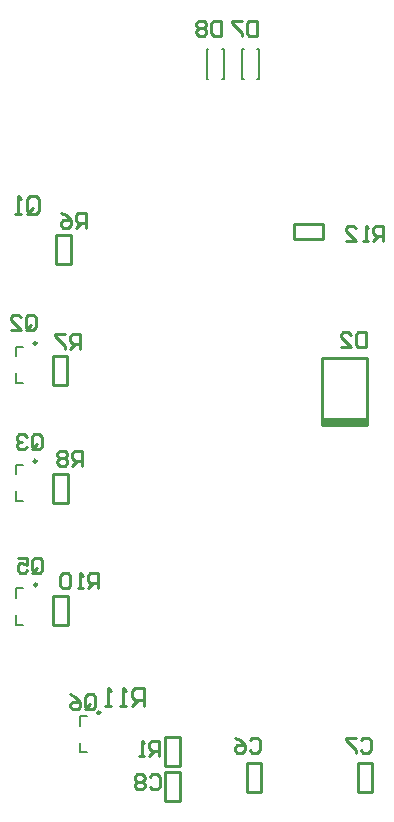
<source format=gbo>
G04*
G04 #@! TF.GenerationSoftware,Altium Limited,Altium Designer,18.1.6 (161)*
G04*
G04 Layer_Color=32896*
%FSLAX44Y44*%
%MOMM*%
G71*
G01*
G75*
%ADD10C,0.2500*%
%ADD12C,0.2540*%
%ADD13C,0.2000*%
%ADD15C,0.1270*%
%ADD16R,3.6830X0.5080*%
D10*
X680840Y208396D02*
G03*
X680840Y208396I-1250J0D01*
G01*
X626983Y521054D02*
G03*
X626983Y521054I-1250J0D01*
G01*
X627413Y316696D02*
G03*
X627413Y316696I-1250J0D01*
G01*
X626935Y421185D02*
G03*
X626935Y421185I-1250J0D01*
G01*
D12*
X643255Y588250D02*
Y612749D01*
Y588250D02*
X655755D01*
Y612749D01*
X643255D02*
X655755D01*
X640663Y485779D02*
Y510279D01*
Y485779D02*
X653163D01*
Y510279D01*
X640663D02*
X653163D01*
X641023Y386002D02*
Y410502D01*
Y386002D02*
X653523D01*
Y410502D01*
X641023D02*
X653523D01*
X641113Y282453D02*
Y306954D01*
Y282453D02*
X653613D01*
Y306954D01*
X641113D02*
X653613D01*
X804863Y140946D02*
X817363D01*
X804863D02*
Y165446D01*
X817363D01*
Y140946D02*
Y165446D01*
X898899Y140946D02*
X911399D01*
X898899D02*
Y165446D01*
X911399D01*
Y140946D02*
Y165446D01*
X736042Y133624D02*
X748542D01*
X736042D02*
Y158124D01*
X748542D01*
Y133624D02*
Y158124D01*
X736042Y163178D02*
X748542D01*
X736042D02*
Y187678D01*
X748542D01*
Y163178D02*
Y187678D01*
X844625Y609205D02*
X869126D01*
X844625D02*
Y621705D01*
X869126D01*
Y609205D02*
Y621705D01*
X869040Y451715D02*
X907140D01*
X869040D02*
Y508865D01*
X907140D01*
Y451715D02*
Y508865D01*
X717716Y213660D02*
Y228895D01*
X710099D01*
X707559Y226356D01*
Y221278D01*
X710099Y218738D01*
X717716D01*
X712638D02*
X707559Y213660D01*
X702481D02*
X697403D01*
X699942D01*
Y228895D01*
X702481Y226356D01*
X689785Y213660D02*
X684707D01*
X687246D01*
Y228895D01*
X689785Y226356D01*
X618680Y632771D02*
Y642928D01*
X621219Y645467D01*
X626298D01*
X628837Y642928D01*
Y632771D01*
X626298Y630232D01*
X621219D01*
X623759Y635311D02*
X618680Y630232D01*
X621219D02*
X618680Y632771D01*
X613602Y630232D02*
X608523D01*
X611063D01*
Y645467D01*
X613602Y642928D01*
X623535Y328879D02*
Y337343D01*
X625651Y339459D01*
X629883D01*
X631999Y337343D01*
Y328879D01*
X629883Y326763D01*
X625651D01*
X627767Y330995D02*
X623535Y326763D01*
X625651D02*
X623535Y328879D01*
X610839Y339459D02*
X619303D01*
Y333111D01*
X615071Y335227D01*
X612955D01*
X610839Y333111D01*
Y328879D01*
X612955Y326763D01*
X617187D01*
X619303Y328879D01*
X730872Y172071D02*
Y184767D01*
X724524D01*
X722408Y182651D01*
Y178419D01*
X724524Y176303D01*
X730872D01*
X726640D02*
X722408Y172071D01*
X718176D02*
X713944D01*
X716060D01*
Y184767D01*
X718176Y182651D01*
X722848Y153912D02*
X724964Y156028D01*
X729196D01*
X731312Y153912D01*
Y145448D01*
X729196Y143332D01*
X724964D01*
X722848Y145448D01*
X718616Y153912D02*
X716500Y156028D01*
X712268D01*
X710152Y153912D01*
Y151796D01*
X712268Y149680D01*
X710152Y147564D01*
Y145448D01*
X712268Y143332D01*
X716500D01*
X718616Y145448D01*
Y147564D01*
X716500Y149680D01*
X718616Y151796D01*
Y153912D01*
X716500Y149680D02*
X712268D01*
X901609Y185011D02*
X903725Y187127D01*
X907957D01*
X910073Y185011D01*
Y176547D01*
X907957Y174431D01*
X903725D01*
X901609Y176547D01*
X897377Y187127D02*
X888913D01*
Y185011D01*
X897377Y176547D01*
Y174431D01*
X807629Y185011D02*
X809745Y187127D01*
X813977D01*
X816093Y185011D01*
Y176547D01*
X813977Y174431D01*
X809745D01*
X807629Y176547D01*
X794933Y187127D02*
X799165Y185011D01*
X803397Y180779D01*
Y176547D01*
X801281Y174431D01*
X797049D01*
X794933Y176547D01*
Y178663D01*
X797049Y180779D01*
X803397D01*
X783327Y794187D02*
Y781491D01*
X776979D01*
X774863Y783607D01*
Y792071D01*
X776979Y794187D01*
X783327D01*
X770631Y792071D02*
X768515Y794187D01*
X764283D01*
X762167Y792071D01*
Y789955D01*
X764283Y787839D01*
X762167Y785723D01*
Y783607D01*
X764283Y781491D01*
X768515D01*
X770631Y783607D01*
Y785723D01*
X768515Y787839D01*
X770631Y789955D01*
Y792071D01*
X768515Y787839D02*
X764283D01*
X813299Y794187D02*
Y781491D01*
X806951D01*
X804835Y783607D01*
Y792071D01*
X806951Y794187D01*
X813299D01*
X800603D02*
X792139D01*
Y792071D01*
X800603Y783607D01*
Y781491D01*
X920376Y607835D02*
Y620531D01*
X914028D01*
X911912Y618414D01*
Y614183D01*
X914028Y612066D01*
X920376D01*
X916143D02*
X911912Y607835D01*
X907680D02*
X903448D01*
X905564D01*
Y620531D01*
X907680Y618414D01*
X888636Y607835D02*
X897100D01*
X888636Y616298D01*
Y618414D01*
X890752Y620531D01*
X894984D01*
X897100Y618414D01*
X905755Y530535D02*
Y517839D01*
X899407D01*
X897291Y519955D01*
Y528419D01*
X899407Y530535D01*
X905755D01*
X884595Y517839D02*
X893059D01*
X884595Y526303D01*
Y528419D01*
X886711Y530535D01*
X890943D01*
X893059Y528419D01*
X617936Y534486D02*
Y542950D01*
X620052Y545066D01*
X624284D01*
X626400Y542950D01*
Y534486D01*
X624284Y532370D01*
X620052D01*
X622168Y536602D02*
X617936Y532370D01*
X620052D02*
X617936Y534486D01*
X605240Y532370D02*
X613704D01*
X605240Y540834D01*
Y542950D01*
X607356Y545066D01*
X611588D01*
X613704Y542950D01*
X623039Y433466D02*
Y441930D01*
X625155Y444046D01*
X629387D01*
X631503Y441930D01*
Y433466D01*
X629387Y431350D01*
X625155D01*
X627271Y435582D02*
X623039Y431350D01*
X625155D02*
X623039Y433466D01*
X618807Y441930D02*
X616691Y444046D01*
X612459D01*
X610343Y441930D01*
Y439814D01*
X612459Y437698D01*
X614575D01*
X612459D01*
X610343Y435582D01*
Y433466D01*
X612459Y431350D01*
X616691D01*
X618807Y433466D01*
X668043Y213321D02*
Y221785D01*
X670159Y223901D01*
X674391D01*
X676507Y221785D01*
Y213321D01*
X674391Y211205D01*
X670159D01*
X672275Y215437D02*
X668043Y211205D01*
X670159D02*
X668043Y213321D01*
X655347Y223901D02*
X659579Y221785D01*
X663811Y217553D01*
Y213321D01*
X661695Y211205D01*
X657463D01*
X655347Y213321D01*
Y215437D01*
X657463Y217553D01*
X663811D01*
X668513Y619044D02*
Y631740D01*
X662165D01*
X660049Y629624D01*
Y625392D01*
X662165Y623276D01*
X668513D01*
X664281D02*
X660049Y619044D01*
X647353Y631740D02*
X651585Y629624D01*
X655817Y625392D01*
Y621160D01*
X653701Y619044D01*
X649469D01*
X647353Y621160D01*
Y623276D01*
X649469Y625392D01*
X655817D01*
X664105Y516344D02*
Y529040D01*
X657757D01*
X655641Y526924D01*
Y522692D01*
X657757Y520576D01*
X664105D01*
X659873D02*
X655641Y516344D01*
X651410Y529040D02*
X642945D01*
Y526924D01*
X651410Y518460D01*
Y516344D01*
X665464Y417554D02*
Y430250D01*
X659116D01*
X657000Y428134D01*
Y423902D01*
X659116Y421786D01*
X665464D01*
X661232D02*
X657000Y417554D01*
X652768Y428134D02*
X650652Y430250D01*
X646420D01*
X644304Y428134D01*
Y426018D01*
X646420Y423902D01*
X644304Y421786D01*
Y419670D01*
X646420Y417554D01*
X650652D01*
X652768Y419670D01*
Y421786D01*
X650652Y423902D01*
X652768Y426018D01*
Y428134D01*
X650652Y423902D02*
X646420D01*
X678721Y313519D02*
Y326215D01*
X672373D01*
X670257Y324099D01*
Y319867D01*
X672373Y317752D01*
X678721D01*
X674489D02*
X670257Y313519D01*
X666025D02*
X661793D01*
X663909D01*
Y326215D01*
X666025Y324099D01*
X655445D02*
X653329Y326215D01*
X649097D01*
X646981Y324099D01*
Y315636D01*
X649097Y313519D01*
X653329D01*
X655445Y315636D01*
Y324099D01*
D13*
X663340Y205646D02*
X669340D01*
X663340Y197396D02*
Y205646D01*
Y174646D02*
X669340D01*
X663340D02*
Y182896D01*
X609483Y510055D02*
Y518304D01*
X615483D01*
X609483Y487304D02*
X615483D01*
X609483D02*
Y495555D01*
X609913Y305696D02*
Y313946D01*
X615913D01*
X609913Y282946D02*
X615913D01*
X609913D02*
Y291196D01*
X609435Y387435D02*
Y395685D01*
Y387435D02*
X615435D01*
X609435Y418435D02*
X615435D01*
X609435Y410185D02*
Y418435D01*
D15*
X785302Y745162D02*
Y770562D01*
X771078Y744908D02*
Y770308D01*
X784032Y745162D02*
X785302D01*
X771078Y770308D02*
X772348D01*
X771078Y744908D02*
X772348D01*
X784032Y770562D02*
X785302D01*
X815302Y745162D02*
Y770562D01*
X801078Y744908D02*
Y770308D01*
X814032Y745162D02*
X815302D01*
X801078Y770308D02*
X802348D01*
X801078Y744908D02*
X802348D01*
X814032Y770562D02*
X815302D01*
D16*
X887455Y455528D02*
D03*
M02*

</source>
